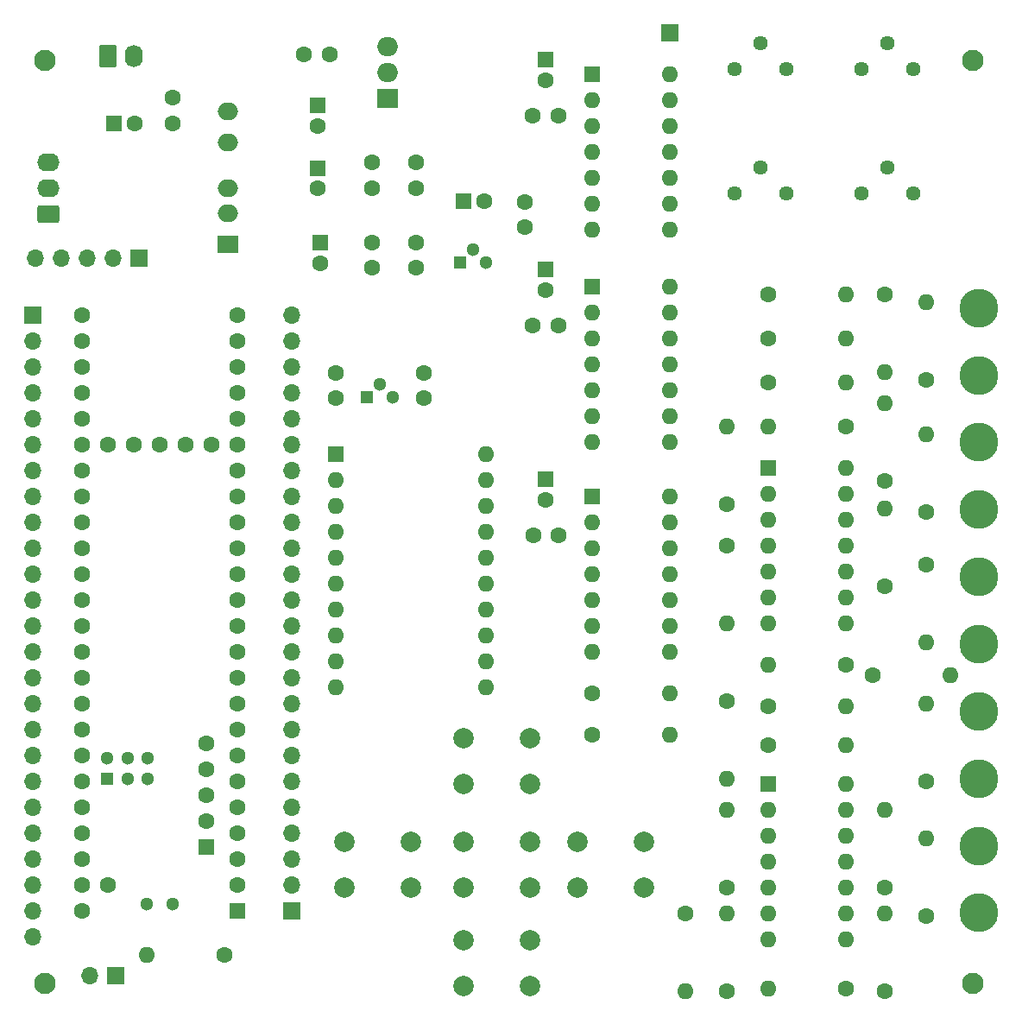
<source format=gbr>
%TF.GenerationSoftware,KiCad,Pcbnew,(6.0.1)*%
%TF.CreationDate,2022-04-22T15:23:58+02:00*%
%TF.ProjectId,teensyv,7465656e-7379-4762-9e6b-696361645f70,rev?*%
%TF.SameCoordinates,Original*%
%TF.FileFunction,Soldermask,Bot*%
%TF.FilePolarity,Negative*%
%FSLAX46Y46*%
G04 Gerber Fmt 4.6, Leading zero omitted, Abs format (unit mm)*
G04 Created by KiCad (PCBNEW (6.0.1)) date 2022-04-22 15:23:58*
%MOMM*%
%LPD*%
G01*
G04 APERTURE LIST*
G04 Aperture macros list*
%AMRoundRect*
0 Rectangle with rounded corners*
0 $1 Rounding radius*
0 $2 $3 $4 $5 $6 $7 $8 $9 X,Y pos of 4 corners*
0 Add a 4 corners polygon primitive as box body*
4,1,4,$2,$3,$4,$5,$6,$7,$8,$9,$2,$3,0*
0 Add four circle primitives for the rounded corners*
1,1,$1+$1,$2,$3*
1,1,$1+$1,$4,$5*
1,1,$1+$1,$6,$7*
1,1,$1+$1,$8,$9*
0 Add four rect primitives between the rounded corners*
20,1,$1+$1,$2,$3,$4,$5,0*
20,1,$1+$1,$4,$5,$6,$7,0*
20,1,$1+$1,$6,$7,$8,$9,0*
20,1,$1+$1,$8,$9,$2,$3,0*%
G04 Aperture macros list end*
%ADD10C,3.800000*%
%ADD11C,2.600000*%
%ADD12R,1.600000X1.600000*%
%ADD13O,1.600000X1.600000*%
%ADD14R,2.000000X1.905000*%
%ADD15O,2.000000X1.905000*%
%ADD16C,1.600000*%
%ADD17C,2.000000*%
%ADD18C,1.440000*%
%ADD19R,1.300000X1.300000*%
%ADD20C,1.300000*%
%ADD21C,2.100000*%
%ADD22RoundRect,0.250000X0.845000X-0.620000X0.845000X0.620000X-0.845000X0.620000X-0.845000X-0.620000X0*%
%ADD23O,2.190000X1.740000*%
%ADD24R,1.700000X1.700000*%
%ADD25O,1.700000X1.700000*%
%ADD26RoundRect,0.250000X-0.620000X-0.845000X0.620000X-0.845000X0.620000X0.845000X-0.620000X0.845000X0*%
%ADD27O,1.740000X2.190000*%
%ADD28O,2.000000X1.700000*%
%ADD29R,2.000000X1.700000*%
G04 APERTURE END LIST*
D10*
%TO.C,BL_GND1*%
X127558800Y-144755382D03*
D11*
X127558800Y-144755382D03*
%TD*%
D12*
%TO.C,IC4*%
X89652000Y-109728000D03*
D13*
X89652000Y-112268000D03*
X89652000Y-114808000D03*
X89652000Y-117348000D03*
X89652000Y-119888000D03*
X89652000Y-122428000D03*
X89652000Y-124968000D03*
X97272000Y-124968000D03*
X97272000Y-122428000D03*
X97272000Y-119888000D03*
X97272000Y-117348000D03*
X97272000Y-114808000D03*
X97272000Y-112268000D03*
X97272000Y-109728000D03*
%TD*%
D14*
%TO.C,U5*%
X69596000Y-91256800D03*
D15*
X69596000Y-88716800D03*
X69596000Y-86176800D03*
%TD*%
D12*
%TO.C,U4*%
X64516000Y-126120500D03*
D13*
X64516000Y-128660500D03*
X64516000Y-131200500D03*
X64516000Y-133740500D03*
X64516000Y-136280500D03*
X64516000Y-138820500D03*
X64516000Y-141360500D03*
X64516000Y-143900500D03*
X64516000Y-146440500D03*
X64516000Y-148980500D03*
X79248000Y-148980500D03*
X79248000Y-146440500D03*
X79248000Y-143900500D03*
X79248000Y-141360500D03*
X79248000Y-138820500D03*
X79248000Y-136280500D03*
X79248000Y-133740500D03*
X79248000Y-131200500D03*
X79248000Y-128660500D03*
X79248000Y-126120500D03*
%TD*%
D16*
%TO.C,R15*%
X102870000Y-178816000D03*
D13*
X102870000Y-171196000D03*
%TD*%
D17*
%TO.C,SW2*%
X83514000Y-173772000D03*
X77014000Y-173772000D03*
X77014000Y-178272000D03*
X83514000Y-178272000D03*
%TD*%
D16*
%TO.C,R21*%
X118364000Y-139090400D03*
D13*
X118364000Y-131470400D03*
%TD*%
D18*
%TO.C,RV1*%
X121158000Y-100584000D03*
X118618000Y-98044000D03*
X116078000Y-100584000D03*
%TD*%
D16*
%TO.C,R4*%
X89662000Y-153670000D03*
D13*
X97282000Y-153670000D03*
%TD*%
D12*
%TO.C,C18*%
X85070000Y-87436888D03*
D16*
X85070000Y-89436888D03*
%TD*%
D12*
%TO.C,IC6*%
X106934000Y-127508000D03*
D13*
X106934000Y-130048000D03*
X106934000Y-132588000D03*
X106934000Y-135128000D03*
X106934000Y-137668000D03*
X106934000Y-140208000D03*
X106934000Y-142748000D03*
X114554000Y-142748000D03*
X114554000Y-140208000D03*
X114554000Y-137668000D03*
X114554000Y-135128000D03*
X114554000Y-132588000D03*
X114554000Y-130048000D03*
X114554000Y-127508000D03*
%TD*%
D16*
%TO.C,R17*%
X122428000Y-158242000D03*
D13*
X122428000Y-150622000D03*
%TD*%
D16*
%TO.C,C12*%
X68021200Y-97525200D03*
X68021200Y-100025200D03*
%TD*%
%TO.C,R24*%
X102870000Y-168656000D03*
D13*
X102870000Y-161036000D03*
%TD*%
D17*
%TO.C,SW4*%
X94690000Y-164120000D03*
X88190000Y-164120000D03*
X94690000Y-168620000D03*
X88190000Y-168620000D03*
%TD*%
D19*
%TO.C,U2*%
X67564000Y-120502000D03*
D20*
X68834000Y-119232000D03*
X70104000Y-120502000D03*
%TD*%
D16*
%TO.C,R11*%
X114554000Y-123444000D03*
D13*
X106934000Y-123444000D03*
%TD*%
D17*
%TO.C,SW5*%
X77014000Y-153960000D03*
X83514000Y-153960000D03*
X83514000Y-158460000D03*
X77014000Y-158460000D03*
%TD*%
D16*
%TO.C,R23*%
X118364000Y-168656000D03*
D13*
X118364000Y-161036000D03*
%TD*%
D16*
%TO.C,C2*%
X73152000Y-120630000D03*
X73152000Y-118130000D03*
%TD*%
D12*
%TO.C,IC3*%
X89652000Y-130302000D03*
D13*
X89652000Y-132842000D03*
X89652000Y-135382000D03*
X89652000Y-137922000D03*
X89652000Y-140462000D03*
X89652000Y-143002000D03*
X89652000Y-145542000D03*
X97272000Y-145542000D03*
X97272000Y-143002000D03*
X97272000Y-140462000D03*
X97272000Y-137922000D03*
X97272000Y-135382000D03*
X97272000Y-132842000D03*
X97272000Y-130302000D03*
%TD*%
D21*
%TO.C,REF03*%
X36000000Y-178000000D03*
%TD*%
D12*
%TO.C,C4*%
X42732888Y-93726000D03*
D16*
X44732888Y-93726000D03*
%TD*%
%TO.C,R8*%
X102870000Y-131064000D03*
D13*
X102870000Y-123444000D03*
%TD*%
D12*
%TO.C,C20*%
X62738000Y-91917200D03*
D16*
X62738000Y-93917200D03*
%TD*%
D22*
%TO.C,J7*%
X36342000Y-102616000D03*
D23*
X36342000Y-100076000D03*
X36342000Y-97536000D03*
%TD*%
D12*
%TO.C,IC1*%
X106934000Y-158491000D03*
D13*
X106934000Y-161031000D03*
X106934000Y-163571000D03*
X106934000Y-166111000D03*
X106934000Y-168651000D03*
X106934000Y-171191000D03*
X106934000Y-173731000D03*
X114554000Y-173731000D03*
X114554000Y-171191000D03*
X114554000Y-168651000D03*
X114554000Y-166111000D03*
X114554000Y-163571000D03*
X114554000Y-161031000D03*
X114554000Y-158491000D03*
%TD*%
D16*
%TO.C,R20*%
X122428000Y-131826000D03*
D13*
X122428000Y-124206000D03*
%TD*%
D11*
%TO.C,Y_GND1*%
X127558800Y-171119018D03*
D10*
X127558800Y-171119018D03*
%TD*%
D16*
%TO.C,C7*%
X86340000Y-113538000D03*
X83840000Y-113538000D03*
%TD*%
D24*
%TO.C,J1*%
X60198000Y-170942000D03*
D25*
X60198000Y-168402000D03*
X60198000Y-165862000D03*
X60198000Y-163322000D03*
X60198000Y-160782000D03*
X60198000Y-158242000D03*
X60198000Y-155702000D03*
X60198000Y-153162000D03*
X60198000Y-150622000D03*
X60198000Y-148082000D03*
X60198000Y-145542000D03*
X60198000Y-143002000D03*
X60198000Y-140462000D03*
X60198000Y-137922000D03*
X60198000Y-135382000D03*
X60198000Y-132842000D03*
X60198000Y-130302000D03*
X60198000Y-127762000D03*
X60198000Y-125222000D03*
X60198000Y-122682000D03*
X60198000Y-120142000D03*
X60198000Y-117602000D03*
X60198000Y-115062000D03*
X60198000Y-112522000D03*
%TD*%
D24*
%TO.C,J9*%
X42931000Y-177292000D03*
D25*
X40391000Y-177292000D03*
%TD*%
D10*
%TO.C,RE_SIG1*%
X127558800Y-111800837D03*
D11*
X127558800Y-111800837D03*
%TD*%
D16*
%TO.C,R1*%
X106934000Y-110490000D03*
D13*
X114554000Y-110490000D03*
%TD*%
D12*
%TO.C,C5*%
X77022888Y-101346000D03*
D16*
X79022888Y-101346000D03*
%TD*%
%TO.C,C3*%
X48514000Y-91186000D03*
X48514000Y-93686000D03*
%TD*%
D26*
%TO.C,J6*%
X42164000Y-87122000D03*
D27*
X44704000Y-87122000D03*
%TD*%
D16*
%TO.C,R19*%
X122428000Y-118872000D03*
D13*
X122428000Y-111252000D03*
%TD*%
D16*
%TO.C,R29*%
X114554000Y-178562000D03*
D13*
X106934000Y-178562000D03*
%TD*%
D11*
%TO.C,RE_GND1*%
X127558800Y-118391746D03*
D10*
X127558800Y-118391746D03*
%TD*%
D16*
%TO.C,R7*%
X118364000Y-128778000D03*
D13*
X118364000Y-121158000D03*
%TD*%
D19*
%TO.C,U3*%
X76708000Y-107294000D03*
D20*
X77978000Y-106024000D03*
X79248000Y-107294000D03*
%TD*%
D16*
%TO.C,R22*%
X114554000Y-146812000D03*
D13*
X106934000Y-146812000D03*
%TD*%
D21*
%TO.C,REF02*%
X127000000Y-87500000D03*
%TD*%
D16*
%TO.C,R5*%
X118364000Y-110490000D03*
D13*
X118364000Y-118110000D03*
%TD*%
D16*
%TO.C,C1*%
X83058000Y-103866000D03*
X83058000Y-101366000D03*
%TD*%
%TO.C,R14*%
X102870000Y-150368000D03*
D13*
X102870000Y-157988000D03*
%TD*%
D16*
%TO.C,R3*%
X106934000Y-114808000D03*
D13*
X114554000Y-114808000D03*
%TD*%
D18*
%TO.C,RV4*%
X108712000Y-88362000D03*
X106172000Y-85822000D03*
X103632000Y-88362000D03*
%TD*%
D12*
%TO.C,C10*%
X62687200Y-98074088D03*
D16*
X62687200Y-100074088D03*
%TD*%
%TO.C,C17*%
X86340000Y-92964000D03*
X83840000Y-92964000D03*
%TD*%
D11*
%TO.C,Y_SIG1*%
X127558800Y-164528109D03*
D10*
X127558800Y-164528109D03*
%TD*%
D24*
%TO.C,J8*%
X97272000Y-84836000D03*
%TD*%
D16*
%TO.C,R13*%
X102870000Y-135128000D03*
D13*
X102870000Y-142748000D03*
%TD*%
D16*
%TO.C,R16*%
X118364000Y-178816000D03*
D13*
X118364000Y-171196000D03*
%TD*%
D17*
%TO.C,SW1*%
X71830000Y-164120000D03*
X65330000Y-164120000D03*
X65330000Y-168620000D03*
X71830000Y-168620000D03*
%TD*%
D11*
%TO.C,BL_SIG1*%
X127558800Y-138164473D03*
D10*
X127558800Y-138164473D03*
%TD*%
%TO.C,GR_SIG1*%
X127558800Y-124982655D03*
D11*
X127558800Y-124982655D03*
%TD*%
D12*
%TO.C,IC5*%
X89662000Y-88900000D03*
D13*
X89662000Y-91440000D03*
X89662000Y-93980000D03*
X89662000Y-96520000D03*
X89662000Y-99060000D03*
X89662000Y-101600000D03*
X89662000Y-104140000D03*
X97282000Y-104140000D03*
X97282000Y-101600000D03*
X97282000Y-99060000D03*
X97282000Y-96520000D03*
X97282000Y-93980000D03*
X97282000Y-91440000D03*
X97282000Y-88900000D03*
%TD*%
D16*
%TO.C,R18*%
X122428000Y-171450000D03*
D13*
X122428000Y-163830000D03*
%TD*%
D24*
%TO.C,J3*%
X34798000Y-112522000D03*
D25*
X34798000Y-115062000D03*
X34798000Y-117602000D03*
X34798000Y-120142000D03*
X34798000Y-122682000D03*
X34798000Y-125222000D03*
X34798000Y-127762000D03*
X34798000Y-130302000D03*
X34798000Y-132842000D03*
X34798000Y-135382000D03*
X34798000Y-137922000D03*
X34798000Y-140462000D03*
X34798000Y-143002000D03*
X34798000Y-145542000D03*
X34798000Y-148082000D03*
X34798000Y-150622000D03*
X34798000Y-153162000D03*
X34798000Y-155702000D03*
X34798000Y-158242000D03*
X34798000Y-160782000D03*
X34798000Y-163322000D03*
X34798000Y-165862000D03*
X34798000Y-168402000D03*
X34798000Y-170942000D03*
X34798000Y-173482000D03*
%TD*%
D18*
%TO.C,RV3*%
X121158000Y-88377000D03*
X118618000Y-85837000D03*
X116078000Y-88377000D03*
%TD*%
D16*
%TO.C,R28*%
X117195600Y-147828000D03*
D13*
X124815600Y-147828000D03*
%TD*%
D18*
%TO.C,RV2*%
X108712000Y-100584000D03*
X106172000Y-98044000D03*
X103632000Y-100584000D03*
%TD*%
D16*
%TO.C,R9*%
X122428000Y-136956800D03*
D13*
X122428000Y-144576800D03*
%TD*%
D16*
%TO.C,R25*%
X53594000Y-175260000D03*
D13*
X45974000Y-175260000D03*
%TD*%
D12*
%TO.C,U1*%
X54864000Y-170942000D03*
D16*
X54864000Y-168402000D03*
X54864000Y-165862000D03*
X54864000Y-163322000D03*
X54864000Y-160782000D03*
X54864000Y-158242000D03*
X54864000Y-155702000D03*
X54864000Y-153162000D03*
X54864000Y-150622000D03*
X54864000Y-148082000D03*
X54864000Y-145542000D03*
X54864000Y-143002000D03*
X54864000Y-140462000D03*
X54864000Y-137922000D03*
X54864000Y-135382000D03*
X54864000Y-132842000D03*
X54864000Y-130302000D03*
X54864000Y-127762000D03*
X54864000Y-125222000D03*
X54864000Y-122682000D03*
X54864000Y-120142000D03*
X54864000Y-117602000D03*
X54864000Y-115062000D03*
X54864000Y-112522000D03*
X39624000Y-112522000D03*
X39624000Y-115062000D03*
X39624000Y-117602000D03*
X39624000Y-120142000D03*
X39624000Y-122682000D03*
X39624000Y-125222000D03*
X39624000Y-127762000D03*
X39624000Y-130302000D03*
X39624000Y-132842000D03*
X39624000Y-135382000D03*
X39624000Y-137922000D03*
X39624000Y-140462000D03*
X39624000Y-143002000D03*
X39624000Y-145542000D03*
X39624000Y-148082000D03*
X39624000Y-150622000D03*
X39624000Y-153162000D03*
X39624000Y-155702000D03*
X39624000Y-158242000D03*
X39624000Y-160782000D03*
X39624000Y-163322000D03*
X39624000Y-165862000D03*
X39624000Y-168402000D03*
X39624000Y-170942000D03*
X42164000Y-168402000D03*
X52324000Y-125222000D03*
X49784000Y-125222000D03*
X47244000Y-125222000D03*
X44704000Y-125222000D03*
X42164000Y-125222000D03*
D12*
X51813200Y-164642800D03*
D16*
X51813200Y-162102800D03*
X51813200Y-159562800D03*
X51813200Y-157022800D03*
X51813200Y-154482800D03*
D19*
X42062400Y-157972000D03*
D20*
X44062400Y-157972000D03*
X46062400Y-157972000D03*
X46062400Y-155972000D03*
X44062400Y-155972000D03*
X42062400Y-155972000D03*
X45974000Y-170212000D03*
X48514000Y-170212000D03*
%TD*%
D12*
%TO.C,C15*%
X85090000Y-108010888D03*
D16*
X85090000Y-110010888D03*
%TD*%
D17*
%TO.C,SW3*%
X77014000Y-164120000D03*
X83514000Y-164120000D03*
X77014000Y-168620000D03*
X83514000Y-168620000D03*
%TD*%
D16*
%TO.C,C19*%
X61386400Y-86888000D03*
X63886400Y-86888000D03*
%TD*%
%TO.C,R30*%
X98806000Y-171196000D03*
D13*
X98806000Y-178816000D03*
%TD*%
D16*
%TO.C,R6*%
X89652000Y-149606000D03*
D13*
X97272000Y-149606000D03*
%TD*%
D16*
%TO.C,C13*%
X72339200Y-105379200D03*
X72339200Y-107879200D03*
%TD*%
%TO.C,C6*%
X64516000Y-120630000D03*
X64516000Y-118130000D03*
%TD*%
%TO.C,C8*%
X86360000Y-134112000D03*
X83860000Y-134112000D03*
%TD*%
%TO.C,R12*%
X106934000Y-150876000D03*
D13*
X114554000Y-150876000D03*
%TD*%
D21*
%TO.C,REF01*%
X36000000Y-87500000D03*
%TD*%
D28*
%TO.C,IC2*%
X53908200Y-92474900D03*
X53908200Y-95522900D03*
X53908200Y-100047900D03*
X53908200Y-102500900D03*
D29*
X53908200Y-105548900D03*
%TD*%
D16*
%TO.C,C11*%
X68021200Y-105379200D03*
X68021200Y-107879200D03*
%TD*%
%TO.C,C14*%
X72339200Y-97525200D03*
X72339200Y-100025200D03*
%TD*%
%TO.C,R10*%
X106934000Y-154686000D03*
D13*
X114554000Y-154686000D03*
%TD*%
D12*
%TO.C,C16*%
X85090000Y-128584888D03*
D16*
X85090000Y-130584888D03*
%TD*%
%TO.C,R2*%
X106934000Y-119126000D03*
D13*
X114554000Y-119126000D03*
%TD*%
D24*
%TO.C,J2*%
X45212000Y-106934000D03*
D25*
X42672000Y-106934000D03*
X40132000Y-106934000D03*
X37592000Y-106934000D03*
X35052000Y-106934000D03*
%TD*%
D21*
%TO.C,REF04*%
X127000000Y-178000000D03*
%TD*%
D10*
%TO.C,X_SIG1*%
X127558800Y-151346291D03*
D11*
X127558800Y-151346291D03*
%TD*%
D10*
%TO.C,GR_GND1*%
X127558800Y-131573564D03*
D11*
X127558800Y-131573564D03*
%TD*%
D12*
%TO.C,C9*%
X62941200Y-105379200D03*
D16*
X62941200Y-107379200D03*
%TD*%
D10*
%TO.C,X_GND1*%
X127558800Y-157937200D03*
D11*
X127558800Y-157937200D03*
%TD*%
M02*

</source>
